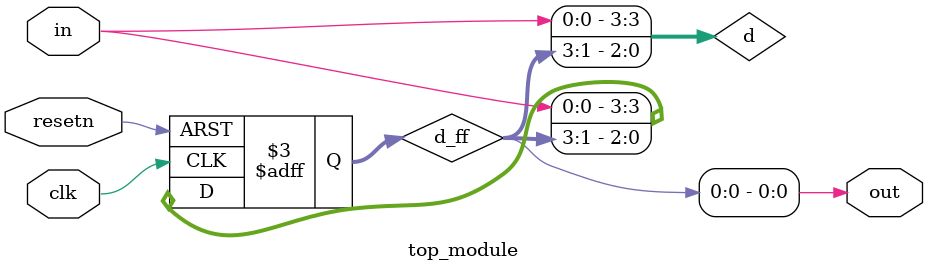
<source format=sv>
module top_module (
   input clk,
   input resetn,
   input in,
   output out
);

reg [3:0] d_ff;
wire [3:0] d;

assign d = {in, d_ff[3:1]};

always @(posedge clk or negedge resetn) begin
   if (!resetn)
      d_ff <= 4'b0;
   else
      d_ff <= d;
end

assign out = d_ff[0];

endmodule

</source>
